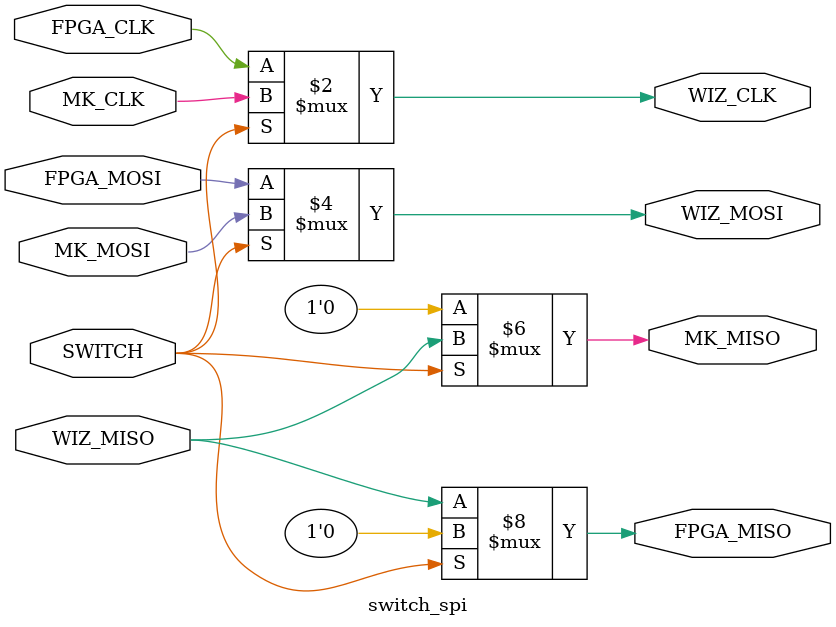
<source format=v>
/*
	Module switch spi 
	if SWITCH = 1 with WIZNET work STM32
	else with WIZNET work FPGA
*/
module switch_spi(

input wire 	FPGA_CLK,
output 		WIZ_CLK,
input wire 	FPGA_MOSI,
output 		WIZ_MOSI,
output		MK_MISO,
output 		FPGA_MISO,
input wire 	WIZ_MISO,
input wire SWITCH,
input wire 	MK_CLK,
input wire 	MK_MOSI
);


assign WIZ_CLK=(SWITCH==1) ? MK_CLK : FPGA_CLK;
assign WIZ_MOSI=(SWITCH==1) ? MK_MOSI : FPGA_MOSI;
assign MK_MISO=(SWITCH==1) ? WIZ_MISO : 1'b0;
assign FPGA_MISO=(SWITCH==0) ? WIZ_MISO : 1'b0;



endmodule

</source>
